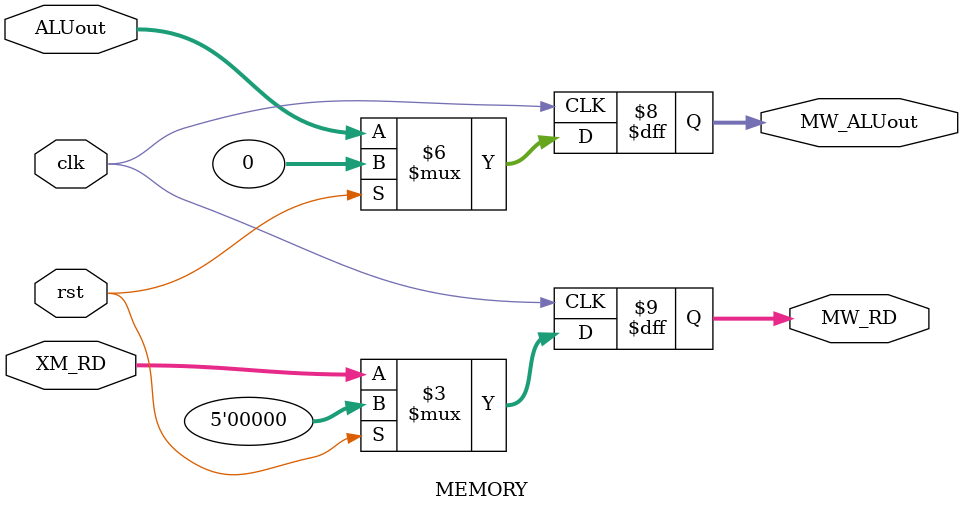
<source format=v>
`timescale 1ns/1ps

module MEMORY(
	clk,
	rst,
	ALUout,
	XM_RD,
	
	MW_ALUout,
	MW_RD
);
input clk, rst;
input [31:0] ALUout;
input [4:0] XM_RD;

output reg [31:0] MW_ALUout;
output reg [4:0] MW_RD;

//data memory
reg [31:0] DM [0:127];
/*
//always store word to data memory
always @(posedge clk)
  if(XM_MemWrite)
    DM[ALUout[6:0]] <= XM_MD;
*/

//send to Dst REG: "load word from data memory" or  "ALUout"
always @(posedge clk)
begin
  if(rst)
    begin
	  MW_ALUout	<=	32'b0;
	  MW_RD		<=	5'b0;
	end
  else
    begin
	  MW_ALUout	<=	ALUout;
	  MW_RD		<=	XM_RD;
	end
end

endmodule

</source>
